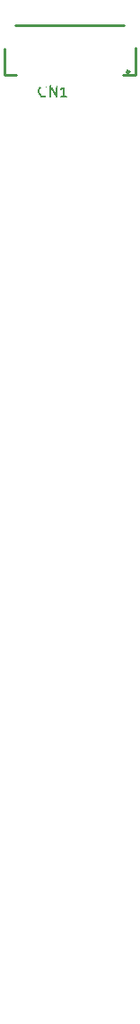
<source format=gto>
G04 #@! TF.GenerationSoftware,KiCad,Pcbnew,7.0.8*
G04 #@! TF.CreationDate,2023-10-21T22:23:38-07:00*
G04 #@! TF.ProjectId,Seismos_5-Key,53656973-6d6f-4735-9f35-2d4b65792e6b,rev?*
G04 #@! TF.SameCoordinates,Original*
G04 #@! TF.FileFunction,Legend,Top*
G04 #@! TF.FilePolarity,Positive*
%FSLAX46Y46*%
G04 Gerber Fmt 4.6, Leading zero omitted, Abs format (unit mm)*
G04 Created by KiCad (PCBNEW 7.0.8) date 2023-10-21 22:23:38*
%MOMM*%
%LPD*%
G01*
G04 APERTURE LIST*
%ADD10C,0.150000*%
%ADD11C,0.254000*%
%ADD12C,2.300000*%
%ADD13C,1.000000*%
%ADD14C,3.000000*%
%ADD15C,4.000000*%
%ADD16R,0.600000X1.700000*%
%ADD17R,1.200000X1.800000*%
%ADD18C,3.200000*%
G04 APERTURE END LIST*
D10*
X45524667Y-60019200D02*
X45667524Y-60066819D01*
X45667524Y-60066819D02*
X45905619Y-60066819D01*
X45905619Y-60066819D02*
X46000857Y-60019200D01*
X46000857Y-60019200D02*
X46048476Y-59971580D01*
X46048476Y-59971580D02*
X46096095Y-59876342D01*
X46096095Y-59876342D02*
X46096095Y-59781104D01*
X46096095Y-59781104D02*
X46048476Y-59685866D01*
X46048476Y-59685866D02*
X46000857Y-59638247D01*
X46000857Y-59638247D02*
X45905619Y-59590628D01*
X45905619Y-59590628D02*
X45715143Y-59543009D01*
X45715143Y-59543009D02*
X45619905Y-59495390D01*
X45619905Y-59495390D02*
X45572286Y-59447771D01*
X45572286Y-59447771D02*
X45524667Y-59352533D01*
X45524667Y-59352533D02*
X45524667Y-59257295D01*
X45524667Y-59257295D02*
X45572286Y-59162057D01*
X45572286Y-59162057D02*
X45619905Y-59114438D01*
X45619905Y-59114438D02*
X45715143Y-59066819D01*
X45715143Y-59066819D02*
X45953238Y-59066819D01*
X45953238Y-59066819D02*
X46096095Y-59114438D01*
X46429429Y-59066819D02*
X46667524Y-60066819D01*
X46667524Y-60066819D02*
X46858000Y-59352533D01*
X46858000Y-59352533D02*
X47048476Y-60066819D01*
X47048476Y-60066819D02*
X47286572Y-59066819D01*
X47619905Y-59162057D02*
X47667524Y-59114438D01*
X47667524Y-59114438D02*
X47762762Y-59066819D01*
X47762762Y-59066819D02*
X48000857Y-59066819D01*
X48000857Y-59066819D02*
X48096095Y-59114438D01*
X48096095Y-59114438D02*
X48143714Y-59162057D01*
X48143714Y-59162057D02*
X48191333Y-59257295D01*
X48191333Y-59257295D02*
X48191333Y-59352533D01*
X48191333Y-59352533D02*
X48143714Y-59495390D01*
X48143714Y-59495390D02*
X47572286Y-60066819D01*
X47572286Y-60066819D02*
X48191333Y-60066819D01*
X45524667Y-41019200D02*
X45667524Y-41066819D01*
X45667524Y-41066819D02*
X45905619Y-41066819D01*
X45905619Y-41066819D02*
X46000857Y-41019200D01*
X46000857Y-41019200D02*
X46048476Y-40971580D01*
X46048476Y-40971580D02*
X46096095Y-40876342D01*
X46096095Y-40876342D02*
X46096095Y-40781104D01*
X46096095Y-40781104D02*
X46048476Y-40685866D01*
X46048476Y-40685866D02*
X46000857Y-40638247D01*
X46000857Y-40638247D02*
X45905619Y-40590628D01*
X45905619Y-40590628D02*
X45715143Y-40543009D01*
X45715143Y-40543009D02*
X45619905Y-40495390D01*
X45619905Y-40495390D02*
X45572286Y-40447771D01*
X45572286Y-40447771D02*
X45524667Y-40352533D01*
X45524667Y-40352533D02*
X45524667Y-40257295D01*
X45524667Y-40257295D02*
X45572286Y-40162057D01*
X45572286Y-40162057D02*
X45619905Y-40114438D01*
X45619905Y-40114438D02*
X45715143Y-40066819D01*
X45715143Y-40066819D02*
X45953238Y-40066819D01*
X45953238Y-40066819D02*
X46096095Y-40114438D01*
X46429429Y-40066819D02*
X46667524Y-41066819D01*
X46667524Y-41066819D02*
X46858000Y-40352533D01*
X46858000Y-40352533D02*
X47048476Y-41066819D01*
X47048476Y-41066819D02*
X47286572Y-40066819D01*
X48191333Y-41066819D02*
X47619905Y-41066819D01*
X47905619Y-41066819D02*
X47905619Y-40066819D01*
X47905619Y-40066819D02*
X47810381Y-40209676D01*
X47810381Y-40209676D02*
X47715143Y-40304914D01*
X47715143Y-40304914D02*
X47619905Y-40352533D01*
X45524667Y-79019200D02*
X45667524Y-79066819D01*
X45667524Y-79066819D02*
X45905619Y-79066819D01*
X45905619Y-79066819D02*
X46000857Y-79019200D01*
X46000857Y-79019200D02*
X46048476Y-78971580D01*
X46048476Y-78971580D02*
X46096095Y-78876342D01*
X46096095Y-78876342D02*
X46096095Y-78781104D01*
X46096095Y-78781104D02*
X46048476Y-78685866D01*
X46048476Y-78685866D02*
X46000857Y-78638247D01*
X46000857Y-78638247D02*
X45905619Y-78590628D01*
X45905619Y-78590628D02*
X45715143Y-78543009D01*
X45715143Y-78543009D02*
X45619905Y-78495390D01*
X45619905Y-78495390D02*
X45572286Y-78447771D01*
X45572286Y-78447771D02*
X45524667Y-78352533D01*
X45524667Y-78352533D02*
X45524667Y-78257295D01*
X45524667Y-78257295D02*
X45572286Y-78162057D01*
X45572286Y-78162057D02*
X45619905Y-78114438D01*
X45619905Y-78114438D02*
X45715143Y-78066819D01*
X45715143Y-78066819D02*
X45953238Y-78066819D01*
X45953238Y-78066819D02*
X46096095Y-78114438D01*
X46429429Y-78066819D02*
X46667524Y-79066819D01*
X46667524Y-79066819D02*
X46858000Y-78352533D01*
X46858000Y-78352533D02*
X47048476Y-79066819D01*
X47048476Y-79066819D02*
X47286572Y-78066819D01*
X47572286Y-78066819D02*
X48191333Y-78066819D01*
X48191333Y-78066819D02*
X47858000Y-78447771D01*
X47858000Y-78447771D02*
X48000857Y-78447771D01*
X48000857Y-78447771D02*
X48096095Y-78495390D01*
X48096095Y-78495390D02*
X48143714Y-78543009D01*
X48143714Y-78543009D02*
X48191333Y-78638247D01*
X48191333Y-78638247D02*
X48191333Y-78876342D01*
X48191333Y-78876342D02*
X48143714Y-78971580D01*
X48143714Y-78971580D02*
X48096095Y-79019200D01*
X48096095Y-79019200D02*
X48000857Y-79066819D01*
X48000857Y-79066819D02*
X47715143Y-79066819D01*
X47715143Y-79066819D02*
X47619905Y-79019200D01*
X47619905Y-79019200D02*
X47572286Y-78971580D01*
X45524667Y-98019200D02*
X45667524Y-98066819D01*
X45667524Y-98066819D02*
X45905619Y-98066819D01*
X45905619Y-98066819D02*
X46000857Y-98019200D01*
X46000857Y-98019200D02*
X46048476Y-97971580D01*
X46048476Y-97971580D02*
X46096095Y-97876342D01*
X46096095Y-97876342D02*
X46096095Y-97781104D01*
X46096095Y-97781104D02*
X46048476Y-97685866D01*
X46048476Y-97685866D02*
X46000857Y-97638247D01*
X46000857Y-97638247D02*
X45905619Y-97590628D01*
X45905619Y-97590628D02*
X45715143Y-97543009D01*
X45715143Y-97543009D02*
X45619905Y-97495390D01*
X45619905Y-97495390D02*
X45572286Y-97447771D01*
X45572286Y-97447771D02*
X45524667Y-97352533D01*
X45524667Y-97352533D02*
X45524667Y-97257295D01*
X45524667Y-97257295D02*
X45572286Y-97162057D01*
X45572286Y-97162057D02*
X45619905Y-97114438D01*
X45619905Y-97114438D02*
X45715143Y-97066819D01*
X45715143Y-97066819D02*
X45953238Y-97066819D01*
X45953238Y-97066819D02*
X46096095Y-97114438D01*
X46429429Y-97066819D02*
X46667524Y-98066819D01*
X46667524Y-98066819D02*
X46858000Y-97352533D01*
X46858000Y-97352533D02*
X47048476Y-98066819D01*
X47048476Y-98066819D02*
X47286572Y-97066819D01*
X48096095Y-97400152D02*
X48096095Y-98066819D01*
X47858000Y-97019200D02*
X47619905Y-97733485D01*
X47619905Y-97733485D02*
X48238952Y-97733485D01*
X44710839Y-32314580D02*
X44663220Y-32362200D01*
X44663220Y-32362200D02*
X44520363Y-32409819D01*
X44520363Y-32409819D02*
X44425125Y-32409819D01*
X44425125Y-32409819D02*
X44282268Y-32362200D01*
X44282268Y-32362200D02*
X44187030Y-32266961D01*
X44187030Y-32266961D02*
X44139411Y-32171723D01*
X44139411Y-32171723D02*
X44091792Y-31981247D01*
X44091792Y-31981247D02*
X44091792Y-31838390D01*
X44091792Y-31838390D02*
X44139411Y-31647914D01*
X44139411Y-31647914D02*
X44187030Y-31552676D01*
X44187030Y-31552676D02*
X44282268Y-31457438D01*
X44282268Y-31457438D02*
X44425125Y-31409819D01*
X44425125Y-31409819D02*
X44520363Y-31409819D01*
X44520363Y-31409819D02*
X44663220Y-31457438D01*
X44663220Y-31457438D02*
X44710839Y-31505057D01*
X45139411Y-32409819D02*
X45139411Y-31409819D01*
X45139411Y-31409819D02*
X45710839Y-32409819D01*
X45710839Y-32409819D02*
X45710839Y-31409819D01*
X46710839Y-32409819D02*
X46139411Y-32409819D01*
X46425125Y-32409819D02*
X46425125Y-31409819D01*
X46425125Y-31409819D02*
X46329887Y-31552676D01*
X46329887Y-31552676D02*
X46234649Y-31647914D01*
X46234649Y-31647914D02*
X46139411Y-31695533D01*
X45524667Y-117019200D02*
X45667524Y-117066819D01*
X45667524Y-117066819D02*
X45905619Y-117066819D01*
X45905619Y-117066819D02*
X46000857Y-117019200D01*
X46000857Y-117019200D02*
X46048476Y-116971580D01*
X46048476Y-116971580D02*
X46096095Y-116876342D01*
X46096095Y-116876342D02*
X46096095Y-116781104D01*
X46096095Y-116781104D02*
X46048476Y-116685866D01*
X46048476Y-116685866D02*
X46000857Y-116638247D01*
X46000857Y-116638247D02*
X45905619Y-116590628D01*
X45905619Y-116590628D02*
X45715143Y-116543009D01*
X45715143Y-116543009D02*
X45619905Y-116495390D01*
X45619905Y-116495390D02*
X45572286Y-116447771D01*
X45572286Y-116447771D02*
X45524667Y-116352533D01*
X45524667Y-116352533D02*
X45524667Y-116257295D01*
X45524667Y-116257295D02*
X45572286Y-116162057D01*
X45572286Y-116162057D02*
X45619905Y-116114438D01*
X45619905Y-116114438D02*
X45715143Y-116066819D01*
X45715143Y-116066819D02*
X45953238Y-116066819D01*
X45953238Y-116066819D02*
X46096095Y-116114438D01*
X46429429Y-116066819D02*
X46667524Y-117066819D01*
X46667524Y-117066819D02*
X46858000Y-116352533D01*
X46858000Y-116352533D02*
X47048476Y-117066819D01*
X47048476Y-117066819D02*
X47286572Y-116066819D01*
X48143714Y-116066819D02*
X47667524Y-116066819D01*
X47667524Y-116066819D02*
X47619905Y-116543009D01*
X47619905Y-116543009D02*
X47667524Y-116495390D01*
X47667524Y-116495390D02*
X47762762Y-116447771D01*
X47762762Y-116447771D02*
X48000857Y-116447771D01*
X48000857Y-116447771D02*
X48096095Y-116495390D01*
X48096095Y-116495390D02*
X48143714Y-116543009D01*
X48143714Y-116543009D02*
X48191333Y-116638247D01*
X48191333Y-116638247D02*
X48191333Y-116876342D01*
X48191333Y-116876342D02*
X48143714Y-116971580D01*
X48143714Y-116971580D02*
X48096095Y-117019200D01*
X48096095Y-117019200D02*
X48000857Y-117066819D01*
X48000857Y-117066819D02*
X47762762Y-117066819D01*
X47762762Y-117066819D02*
X47667524Y-117019200D01*
X47667524Y-117019200D02*
X47619905Y-116971580D01*
D11*
X53200000Y-30378000D02*
X52031000Y-30378000D01*
X53200000Y-27838000D02*
X53200000Y-30378000D01*
X41969000Y-30378000D02*
X40860000Y-30378000D01*
X41892000Y-25700000D02*
X52108000Y-25700000D01*
X40860000Y-30378000D02*
X40860000Y-27941000D01*
X52625000Y-30060000D02*
G75*
G03*
X52625000Y-30060000I-125000J0D01*
G01*
%LPC*%
D12*
X41700000Y-60000000D03*
D13*
X41780000Y-56384200D03*
D14*
X42000000Y-63800000D03*
X44460000Y-65080000D03*
D15*
X47000000Y-60000000D03*
D14*
X47000000Y-65900000D03*
X50810000Y-62540000D03*
D13*
X52220000Y-56384200D03*
D12*
X52300000Y-60000000D03*
X41700000Y-41000000D03*
D13*
X41780000Y-37384200D03*
D14*
X42000000Y-44800000D03*
X44460000Y-46080000D03*
D15*
X47000000Y-41000000D03*
D14*
X47000000Y-46900000D03*
X50810000Y-43540000D03*
D13*
X52220000Y-37384200D03*
D12*
X52300000Y-41000000D03*
X41700000Y-79000000D03*
D13*
X41780000Y-75384200D03*
D14*
X42000000Y-82800000D03*
X44460000Y-84080000D03*
D15*
X47000000Y-79000000D03*
D14*
X47000000Y-84900000D03*
X50810000Y-81540000D03*
D13*
X52220000Y-75384200D03*
D12*
X52300000Y-79000000D03*
X41700000Y-98000000D03*
D13*
X41780000Y-94384200D03*
D14*
X42000000Y-101800000D03*
X44460000Y-103080000D03*
D15*
X47000000Y-98000000D03*
D14*
X47000000Y-103900000D03*
X50810000Y-100540000D03*
D13*
X52220000Y-94384200D03*
D12*
X52300000Y-98000000D03*
D16*
X51500000Y-30686000D03*
X50500000Y-30686000D03*
X49500000Y-30685000D03*
X48500000Y-30685000D03*
X47500000Y-30685000D03*
X46500000Y-30685000D03*
X45500000Y-30685000D03*
X44500000Y-30685000D03*
X43500000Y-30685000D03*
X42500000Y-30685000D03*
D17*
X52800000Y-26810000D03*
X41200000Y-26810000D03*
D18*
X53500000Y-127500000D03*
X40500000Y-127500000D03*
D12*
X41700000Y-117000000D03*
D13*
X41780000Y-113384200D03*
D14*
X42000000Y-120800000D03*
X44460000Y-122080000D03*
D15*
X47000000Y-117000000D03*
D14*
X47000000Y-122900000D03*
X50810000Y-119540000D03*
D13*
X52220000Y-113384200D03*
D12*
X52300000Y-117000000D03*
%LPD*%
M02*

</source>
